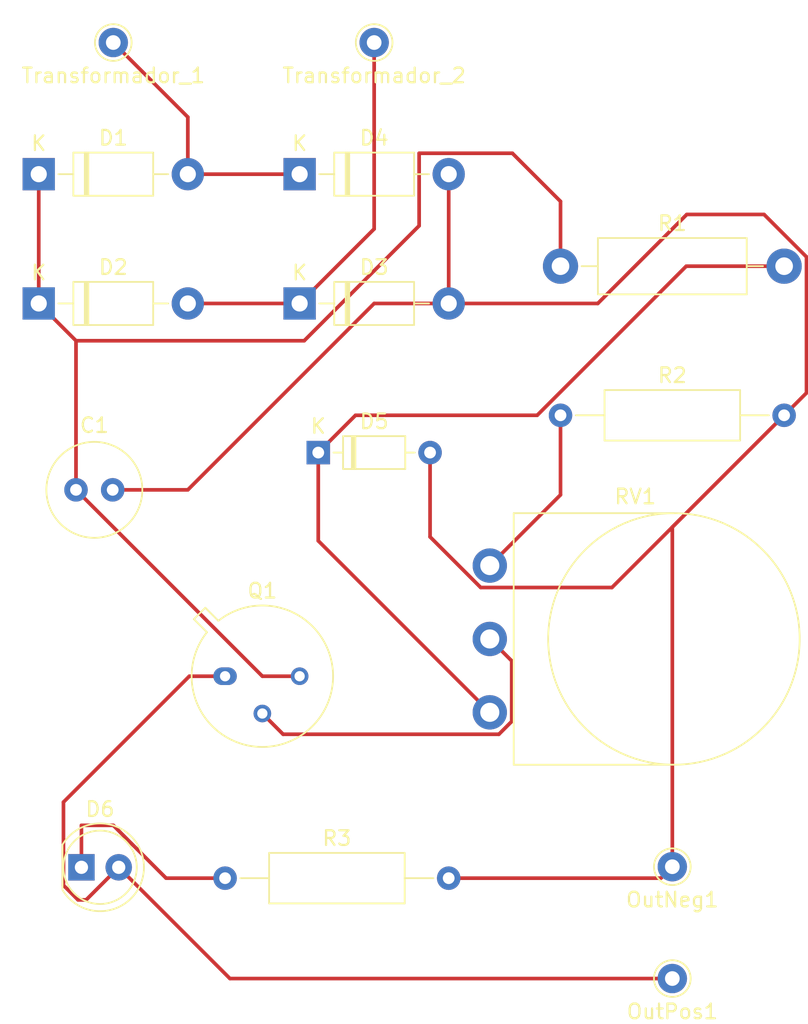
<source format=kicad_pcb>
(kicad_pcb (version 20211014) (generator pcbnew)
  (layers (0 "F.Cu" signal) (31 "B.Cu" signal) (34 "B.Paste" user) (35 "F.Paste" user) (36 "B.SilkS" user "B.Silkscreen") (37 "F.SilkS" user "F.Silkscreen") (38 "B.Mask" user) (39 "F.Mask" user) (44 "Edge.Cuts" user))
  (net 0 "")
  (net 1 "Net-(C1-Pad1)")
  (net 2 "Net-(D1-Pad2)")
  (net 3 "Net-(C1-Pad2)")
  (net 4 "Net-(D2-Pad2)")
  (net 5 "Net-(D5-Pad1)")
  (net 6 "Net-(D6-Pad1)")
  (net 7 "Net-(Q1-Pad2)")
  (net 8 "Net-(R2-Pad1)")
  (net 9 "Net-(OutPos1-Pad1)")
  (footprint "Diode_THT:D_DO-41_SOD81_P10.16mm_Horizontal" (layer "F.Cu") (at 134.62 64.85)
    (fp_text reference "D1" (at 5.08 -2.47) (layer "F.SilkS"))
    (fp_text value "1N4004")
    (fp_text user "K" (at 0 -2.1) (layer "F.SilkS"))
    (fp_line (start 3.38 -1.47) (end 3.38 1.47) (layer "F.SilkS") (width 0.12))
    (fp_line (start 3.14 -1.47) (end 3.14 1.47) (layer "F.SilkS") (width 0.12))
    (fp_line (start 7.8 1.47) (end 7.8 -1.47) (layer "F.SilkS") (width 0.12))
    (fp_line (start 2.36 -1.47) (end 2.36 1.47) (layer "F.SilkS") (width 0.12))
    (fp_line (start 3.26 -1.47) (end 3.26 1.47) (layer "F.SilkS") (width 0.12))
    (fp_line (start 2.36 1.47) (end 7.8 1.47) (layer "F.SilkS") (width 0.12))
    (fp_line (start 7.8 -1.47) (end 2.36 -1.47) (layer "F.SilkS") (width 0.12))
    (fp_line (start 8.82 0) (end 7.8 0) (layer "F.SilkS") (width 0.12))
    (fp_line (start 1.34 0) (end 2.36 0) (layer "F.SilkS") (width 0.12))
    (pad "1" thru_hole rect (at 0 0) (size 2.2 2.2) (drill 1.1) (layers *.Cu *.Mask) (net 1 "Net-(C1-Pad1)"))
    (pad "2" thru_hole oval (at 10.16 0) (size 2.2 2.2) (drill 1.1) (layers *.Cu *.Mask) (net 2 "Net-(D1-Pad2)"))
  )
  (footprint "Connector_Pin:Pin_D1.0mm_L10.0mm" (layer "F.Cu") (at 177.8 119.66)
    (fp_text reference "OutPos1" (at 0 2.25) (layer "F.SilkS"))
    (fp_text value "Conn_01x01_Female")
    (fp_circle (center 0 0) (end 1.25 0.05) (layer "F.SilkS") (width 0.12) (fill none))
    (pad "1" thru_hole circle (at 0 0) (size 2 2) (drill 1) (layers *.Cu *.Mask) (net 9 "Net-(OutPos1-Pad1)"))
  )
  (footprint "Potentiometer_THT:Potentiometer_Omeg_PC16BU_Vertical" (layer "F.Cu") (at 165.36 101.52)
    (fp_text reference "RV1" (at 9.915 -14.7) (layer "F.SilkS"))
    (fp_text value "5k")
    (fp_line (start 1.63 -13.57) (end 1.63 3.57) (layer "F.SilkS") (width 0.12))
    (fp_line (start 1.63 -13.57) (end 12.55 -13.57) (layer "F.SilkS") (width 0.12))
    (fp_line (start 1.63 3.57) (end 12.55 3.57) (layer "F.SilkS") (width 0.12))
    (fp_circle (center 12.55 -5) (end 21.12 -5) (layer "F.SilkS") (width 0.12) (fill none))
    (pad "1" thru_hole circle (at 0 0) (size 2.34 2.34) (drill 1.3) (layers *.Cu *.Mask) (net 5 "Net-(D5-Pad1)"))
    (pad "2" thru_hole circle (at 0 -5) (size 2.34 2.34) (drill 1.3) (layers *.Cu *.Mask) (net 7 "Net-(Q1-Pad2)"))
    (pad "3" thru_hole circle (at 0 -10) (size 2.34 2.34) (drill 1.3) (layers *.Cu *.Mask) (net 8 "Net-(R2-Pad1)"))
  )
  (footprint "Diode_THT:D_DO-41_SOD81_P10.16mm_Horizontal" (layer "F.Cu") (at 152.4 73.66)
    (fp_text reference "D3" (at 5.08 -2.47) (layer "F.SilkS"))
    (fp_text value "1N4004")
    (fp_text user "K" (at 0 -2.1) (layer "F.SilkS"))
    (fp_line (start 3.26 -1.47) (end 3.26 1.47) (layer "F.SilkS") (width 0.12))
    (fp_line (start 3.38 -1.47) (end 3.38 1.47) (layer "F.SilkS") (width 0.12))
    (fp_line (start 7.8 -1.47) (end 2.36 -1.47) (layer "F.SilkS") (width 0.12))
    (fp_line (start 1.34 0) (end 2.36 0) (layer "F.SilkS") (width 0.12))
    (fp_line (start 8.82 0) (end 7.8 0) (layer "F.SilkS") (width 0.12))
    (fp_line (start 2.36 -1.47) (end 2.36 1.47) (layer "F.SilkS") (width 0.12))
    (fp_line (start 7.8 1.47) (end 7.8 -1.47) (layer "F.SilkS") (width 0.12))
    (fp_line (start 2.36 1.47) (end 7.8 1.47) (layer "F.SilkS") (width 0.12))
    (fp_line (start 3.14 -1.47) (end 3.14 1.47) (layer "F.SilkS") (width 0.12))
    (pad "1" thru_hole rect (at 0 0) (size 2.2 2.2) (drill 1.1) (layers *.Cu *.Mask) (net 4 "Net-(D2-Pad2)"))
    (pad "2" thru_hole oval (at 10.16 0) (size 2.2 2.2) (drill 1.1) (layers *.Cu *.Mask) (net 3 "Net-(C1-Pad2)"))
  )
  (footprint "Diode_THT:D_DO-35_SOD27_P7.62mm_Horizontal" (layer "F.Cu") (at 153.67 83.82)
    (fp_text reference "D5" (at 3.81 -2.12) (layer "F.SilkS"))
    (fp_text value "D_Zener")
    (fp_text user "K" (at 0 -1.8) (layer "F.SilkS"))
    (fp_line (start 2.41 -1.12) (end 2.41 1.12) (layer "F.SilkS") (width 0.12))
    (fp_line (start 6.58 0) (end 5.93 0) (layer "F.SilkS") (width 0.12))
    (fp_line (start 1.69 1.12) (end 5.93 1.12) (layer "F.SilkS") (width 0.12))
    (fp_line (start 2.29 -1.12) (end 2.29 1.12) (layer "F.SilkS") (width 0.12))
    (fp_line (start 1.69 -1.12) (end 1.69 1.12) (layer "F.SilkS") (width 0.12))
    (fp_line (start 5.93 -1.12) (end 1.69 -1.12) (layer "F.SilkS") (width 0.12))
    (fp_line (start 2.53 -1.12) (end 2.53 1.12) (layer "F.SilkS") (width 0.12))
    (fp_line (start 5.93 1.12) (end 5.93 -1.12) (layer "F.SilkS") (width 0.12))
    (fp_line (start 1.04 0) (end 1.69 0) (layer "F.SilkS") (width 0.12))
    (pad "1" thru_hole rect (at 0 0) (size 1.6 1.6) (drill 0.8) (layers *.Cu *.Mask) (net 5 "Net-(D5-Pad1)"))
    (pad "2" thru_hole oval (at 7.62 0) (size 1.6 1.6) (drill 0.8) (layers *.Cu *.Mask) (net 3 "Net-(C1-Pad2)"))
  )
  (footprint "LED_THT:LED_D5.0mm_Clear" (layer "F.Cu") (at 137.53 112.080494)
    (fp_text reference "D6" (at 1.27 -3.96) (layer "F.SilkS"))
    (fp_text value "LED")
    (fp_line (start -1.29 -1.545) (end -1.29 1.545) (layer "F.SilkS") (width 0.12))
    (fp_arc (start 4.26 -0.000462) (mid 2.072002 2.880433) (end -1.29 1.54483) (layer "F.SilkS") (width 0.12))
    (fp_arc (start -1.29 -1.54483) (mid 2.072002 -2.880433) (end 4.26 0.000462) (layer "F.SilkS") (width 0.12))
    (fp_circle (center 1.27 0) (end 3.77 0) (layer "F.SilkS") (width 0.12) (fill none))
    (pad "1" thru_hole rect (at 0 0) (size 1.8 1.8) (drill 0.9) (layers *.Cu *.Mask) (net 6 "Net-(D6-Pad1)"))
    (pad "2" thru_hole circle (at 2.54 0) (size 1.8 1.8) (drill 0.9) (layers *.Cu *.Mask) (net 9 "Net-(OutPos1-Pad1)"))
  )
  (footprint "Resistor_THT:R_Axial_DIN0309_L9.0mm_D3.2mm_P15.24mm_Horizontal" (layer "F.Cu") (at 170.18 81.28)
    (fp_text reference "R2" (at 7.62 -2.72) (layer "F.SilkS"))
    (fp_text value "2.2k")
    (fp_line (start 3 1.72) (end 12.24 1.72) (layer "F.SilkS") (width 0.12))
    (fp_line (start 12.24 1.72) (end 12.24 -1.72) (layer "F.SilkS") (width 0.12))
    (fp_line (start 12.24 -1.72) (end 3 -1.72) (layer "F.SilkS") (width 0.12))
    (fp_line (start 3 -1.72) (end 3 1.72) (layer "F.SilkS") (width 0.12))
    (fp_line (start 1.04 0) (end 3 0) (layer "F.SilkS") (width 0.12))
    (fp_line (start 14.2 0) (end 12.24 0) (layer "F.SilkS") (width 0.12))
    (pad "1" thru_hole circle (at 0 0) (size 1.6 1.6) (drill 0.8) (layers *.Cu *.Mask) (net 8 "Net-(R2-Pad1)"))
    (pad "2" thru_hole oval (at 15.24 0) (size 1.6 1.6) (drill 0.8) (layers *.Cu *.Mask) (net 3 "Net-(C1-Pad2)"))
  )
  (footprint "Connector_Pin:Pin_D1.0mm_L10.0mm" (layer "F.Cu") (at 157.48 55.88)
    (fp_text reference "Transformador_2" (at 0 2.25) (layer "F.SilkS"))
    (fp_text value "Conn_01x01_Female")
    (fp_circle (center 0 0) (end 1.25 0.05) (layer "F.SilkS") (width 0.12) (fill none))
    (pad "1" thru_hole circle (at 0 0) (size 2 2) (drill 1) (layers *.Cu *.Mask) (net 4 "Net-(D2-Pad2)"))
  )
  (footprint "Connector_Pin:Pin_D1.0mm_L10.0mm" (layer "F.Cu") (at 139.7 55.88)
    (fp_text reference "Transformador_1" (at 0 2.25) (layer "F.SilkS"))
    (fp_text value "Conn_01x01_Female")
    (fp_circle (center 0 0) (end 1.25 0.05) (layer "F.SilkS") (width 0.12) (fill none))
    (pad "1" thru_hole circle (at 0 0) (size 2 2) (drill 1) (layers *.Cu *.Mask) (net 2 "Net-(D1-Pad2)"))
  )
  (footprint "Connector_Pin:Pin_D1.0mm_L10.0mm" (layer "F.Cu") (at 177.8 112.04)
    (fp_text reference "OutNeg1" (at 0 2.25) (layer "F.SilkS"))
    (fp_text value "Conn_01x01_Female")
    (fp_circle (center 0 0) (end 1.25 0.05) (layer "F.SilkS") (width 0.12) (fill none))
    (pad "1" thru_hole circle (at 0 0) (size 2 2) (drill 1) (layers *.Cu *.Mask) (net 3 "Net-(C1-Pad2)"))
  )
  (footprint "Diode_THT:D_DO-41_SOD81_P10.16mm_Horizontal" (layer "F.Cu") (at 134.62 73.66)
    (fp_text reference "D2" (at 5.08 -2.47) (layer "F.SilkS"))
    (fp_text value "1N4004")
    (fp_text user "K" (at 0 -2.1) (layer "F.SilkS"))
    (fp_line (start 8.82 0) (end 7.8 0) (layer "F.SilkS") (width 0.12))
    (fp_line (start 1.34 0) (end 2.36 0) (layer "F.SilkS") (width 0.12))
    (fp_line (start 3.14 -1.47) (end 3.14 1.47) (layer "F.SilkS") (width 0.12))
    (fp_line (start 3.38 -1.47) (end 3.38 1.47) (layer "F.SilkS") (width 0.12))
    (fp_line (start 3.26 -1.47) (end 3.26 1.47) (layer "F.SilkS") (width 0.12))
    (fp_line (start 2.36 -1.47) (end 2.36 1.47) (layer "F.SilkS") (width 0.12))
    (fp_line (start 7.8 1.47) (end 7.8 -1.47) (layer "F.SilkS") (width 0.12))
    (fp_line (start 2.36 1.47) (end 7.8 1.47) (layer "F.SilkS") (width 0.12))
    (fp_line (start 7.8 -1.47) (end 2.36 -1.47) (layer "F.SilkS") (width 0.12))
    (pad "1" thru_hole rect (at 0 0) (size 2.2 2.2) (drill 1.1) (layers *.Cu *.Mask) (net 1 "Net-(C1-Pad1)"))
    (pad "2" thru_hole oval (at 10.16 0) (size 2.2 2.2) (drill 1.1) (layers *.Cu *.Mask) (net 4 "Net-(D2-Pad2)"))
  )
  (footprint "Capacitor_THT:C_Radial_D6.3mm_H11.0mm_P2.50mm" (layer "F.Cu") (at 137.16 86.36)
    (fp_text reference "C1" (at 1.25 -4.4) (layer "F.SilkS"))
    (fp_text value "820uF")
    (fp_circle (center 1.25 0) (end 4.52 0) (layer "F.SilkS") (width 0.12) (fill none))
    (pad "1" thru_hole circle (at 0 0) (size 1.6 1.6) (drill 0.8) (layers *.Cu *.Mask) (net 1 "Net-(C1-Pad1)"))
    (pad "2" thru_hole circle (at 2.5 0) (size 1.6 1.6) (drill 0.8) (layers *.Cu *.Mask) (net 3 "Net-(C1-Pad2)"))
  )
  (footprint "Resistor_THT:R_Axial_DIN0309_L9.0mm_D3.2mm_P15.24mm_Horizontal" (layer "F.Cu") (at 147.32 112.82)
    (fp_text reference "R3" (at 7.62 -2.72) (layer "F.SilkS"))
    (fp_text value "2.2k")
    (fp_line (start 3 -1.72) (end 3 1.72) (layer "F.SilkS") (width 0.12))
    (fp_line (start 1.04 0) (end 3 0) (layer "F.SilkS") (width 0.12))
    (fp_line (start 12.24 1.72) (end 12.24 -1.72) (layer "F.SilkS") (width 0.12))
    (fp_line (start 3 1.72) (end 12.24 1.72) (layer "F.SilkS") (width 0.12))
    (fp_line (start 14.2 0) (end 12.24 0) (layer "F.SilkS") (width 0.12))
    (fp_line (start 12.24 -1.72) (end 3 -1.72) (layer "F.SilkS") (width 0.12))
    (pad "1" thru_hole circle (at 0 0) (size 1.6 1.6) (drill 0.8) (layers *.Cu *.Mask) (net 6 "Net-(D6-Pad1)"))
    (pad "2" thru_hole oval (at 15.24 0) (size 1.6 1.6) (drill 0.8) (layers *.Cu *.Mask) (net 3 "Net-(C1-Pad2)"))
  )
  (footprint "Resistor_THT:R_Axial_DIN0411_L9.9mm_D3.6mm_P15.24mm_Horizontal" (layer "F.Cu") (at 170.18 71.12)
    (fp_text reference "R1" (at 7.62 -2.92) (layer "F.SilkS"))
    (fp_text value "2.7k")
    (fp_line (start 12.69 1.92) (end 12.69 -1.92) (layer "F.SilkS") (width 0.12))
    (fp_line (start 1.44 0) (end 2.55 0) (layer "F.SilkS") (width 0.12))
    (fp_line (start 13.8 0) (end 12.69 0) (layer "F.SilkS") (width 0.12))
    (fp_line (start 2.55 -1.92) (end 2.55 1.92) (layer "F.SilkS") (width 0.12))
    (fp_line (start 2.55 1.92) (end 12.69 1.92) (layer "F.SilkS") (width 0.12))
    (fp_line (start 12.69 -1.92) (end 2.55 -1.92) (layer "F.SilkS") (width 0.12))
    (pad "1" thru_hole circle (at 0 0) (size 2.4 2.4) (drill 1.2) (layers *.Cu *.Mask) (net 1 "Net-(C1-Pad1)"))
    (pad "2" thru_hole oval (at 15.24 0) (size 2.4 2.4) (drill 1.2) (layers *.Cu *.Mask) (net 5 "Net-(D5-Pad1)"))
  )
  (footprint "Package_TO_SOT_THT:TO-39-3" (layer "F.Cu") (at 147.32 99.06)
    (fp_text reference "Q1" (at 2.54 -5.82) (layer "F.SilkS"))
    (fp_text value "2N2222")
    (fp_line (start -1.348039 -4.665856) (end -2.125856 -3.888039) (layer "F.SilkS") (width 0.12))
    (fp_line (start -0.457084 -3.774902) (end -1.348039 -4.665856) (layer "F.SilkS") (width 0.12))
    (fp_line (start -2.125856 -3.888039) (end -1.234902 -2.997084) (layer "F.SilkS") (width 0.12))
    (fp_arc (start -0.457084 -3.774902) (mid 5.948125 3.408384) (end -1.234674 -2.997371) (layer "F.SilkS") (width 0.12))
    (pad "1" thru_hole oval (at 0 0) (size 1.6 1.2) (drill 0.7) (layers *.Cu *.Mask) (net 9 "Net-(OutPos1-Pad1)"))
    (pad "2" thru_hole oval (at 2.54 2.54) (size 1.2 1.2) (drill 0.7) (layers *.Cu *.Mask) (net 7 "Net-(Q1-Pad2)"))
    (pad "3" thru_hole oval (at 5.08 0) (size 1.2 1.2) (drill 0.7) (layers *.Cu *.Mask) (net 1 "Net-(C1-Pad1)"))
  )
  (footprint "Diode_THT:D_DO-41_SOD81_P10.16mm_Horizontal" (layer "F.Cu") (at 152.4 64.85)
    (fp_text reference "D4" (at 5.08 -2.47) (layer "F.SilkS"))
    (fp_text value "1N4004")
    (fp_text user "K" (at 0 -2.1) (layer "F.SilkS"))
    (fp_line (start 3.38 -1.47) (end 3.38 1.47) (layer "F.SilkS") (width 0.12))
    (fp_line (start 7.8 -1.47) (end 2.36 -1.47) (layer "F.SilkS") (width 0.12))
    (fp_line (start 3.26 -1.47) (end 3.26 1.47) (layer "F.SilkS") (width 0.12))
    (fp_line (start 2.36 1.47) (end 7.8 1.47) (layer "F.SilkS") (width 0.12))
    (fp_line (start 1.34 0) (end 2.36 0) (layer "F.SilkS") (width 0.12))
    (fp_line (start 2.36 -1.47) (end 2.36 1.47) (layer "F.SilkS") (width 0.12))
    (fp_line (start 7.8 1.47) (end 7.8 -1.47) (layer "F.SilkS") (width 0.12))
    (fp_line (start 3.14 -1.47) (end 3.14 1.47) (layer "F.SilkS") (width 0.12))
    (fp_line (start 8.82 0) (end 7.8 0) (layer "F.SilkS") (width 0.12))
    (pad "1" thru_hole rect (at 0 0) (size 2.2 2.2) (drill 1.1) (layers *.Cu *.Mask) (net 2 "Net-(D1-Pad2)"))
    (pad "2" thru_hole oval (at 10.16 0) (size 2.2 2.2) (drill 1.1) (layers *.Cu *.Mask) (net 3 "Net-(C1-Pad2)"))
  )
  (segment (start 152.71 76.2) (end 137.16 76.2) (width 0.25) (layer "F.Cu") (net 1))
  (segment (start 137.16 86.36) (end 137.16 76.2) (width 0.25) (layer "F.Cu") (net 1))
  (segment (start 137.16 76.2) (end 134.62 73.66) (width 0.25) (layer "F.Cu") (net 1))
  (segment (start 137.16 86.36) (end 149.86 99.06) (width 0.25) (layer "F.Cu") (net 1))
  (segment (start 166.898833 63.425) (end 160.545 63.425) (width 0.25) (layer "F.Cu") (net 1))
  (segment (start 160.545 68.365) (end 152.71 76.2) (width 0.25) (layer "F.Cu") (net 1))
  (segment (start 160.545 63.425) (end 160.545 68.365) (width 0.25) (layer "F.Cu") (net 1))
  (segment (start 149.86 99.06) (end 152.4 99.06) (width 0.25) (layer "F.Cu") (net 1))
  (segment (start 170.18 66.706167) (end 166.898833 63.425) (width 0.25) (layer "F.Cu") (net 1))
  (segment (start 134.62 73.66) (end 134.62 64.85) (width 0.25) (layer "F.Cu") (net 1))
  (segment (start 170.18 71.12) (end 170.18 66.706167) (width 0.25) (layer "F.Cu") (net 1))
  (segment (start 139.7 55.88) (end 144.78 60.96) (width 0.25) (layer "F.Cu") (net 2))
  (segment (start 144.78 60.96) (end 144.78 64.85) (width 0.25) (layer "F.Cu") (net 2))
  (segment (start 144.78 64.85) (end 152.4 64.85) (width 0.25) (layer "F.Cu") (net 2))
  (segment (start 144.78 86.36) (end 157.48 73.66) (width 0.25) (layer "F.Cu") (net 3))
  (segment (start 184.051447 67.594771) (end 178.785229 67.594771) (width 0.25) (layer "F.Cu") (net 3))
  (segment (start 161.29 89.56425) (end 164.74075 93.015) (width 0.25) (layer "F.Cu") (net 3))
  (segment (start 178.785229 67.594771) (end 172.72 73.66) (width 0.25) (layer "F.Cu") (net 3))
  (segment (start 164.74075 93.015) (end 173.685 93.015) (width 0.25) (layer "F.Cu") (net 3))
  (segment (start 172.72 73.66) (end 162.56 73.66) (width 0.25) (layer "F.Cu") (net 3))
  (segment (start 161.29 83.82) (end 161.29 89.56425) (width 0.25) (layer "F.Cu") (net 3))
  (segment (start 186.945 70.488324) (end 184.051447 67.594771) (width 0.25) (layer "F.Cu") (net 3))
  (segment (start 173.685 93.015) (end 185.42 81.28) (width 0.25) (layer "F.Cu") (net 3))
  (segment (start 139.66 86.36) (end 144.78 86.36) (width 0.25) (layer "F.Cu") (net 3))
  (segment (start 186.945 79.755) (end 186.945 70.488324) (width 0.25) (layer "F.Cu") (net 3))
  (segment (start 177.02 112.82) (end 177.8 112.04) (width 0.25) (layer "F.Cu") (net 3))
  (segment (start 162.56 64.85) (end 162.56 73.66) (width 0.25) (layer "F.Cu") (net 3))
  (segment (start 185.42 81.28) (end 186.945 79.755) (width 0.25) (layer "F.Cu") (net 3))
  (segment (start 162.56 112.82) (end 177.02 112.82) (width 0.25) (layer "F.Cu") (net 3))
  (segment (start 177.8 112.04) (end 177.8 88.9) (width 0.25) (layer "F.Cu") (net 3))
  (segment (start 157.48 73.66) (end 162.56 73.66) (width 0.25) (layer "F.Cu") (net 3))
  (segment (start 177.8 88.9) (end 185.42 81.28) (width 0.25) (layer "F.Cu") (net 3))
  (segment (start 157.48 55.88) (end 157.48 68.58) (width 0.25) (layer "F.Cu") (net 4))
  (segment (start 144.78 73.66) (end 152.4 73.66) (width 0.25) (layer "F.Cu") (net 4))
  (segment (start 157.48 68.58) (end 152.4 73.66) (width 0.25) (layer "F.Cu") (net 4))
  (segment (start 168.589009 81.28) (end 156.21 81.28) (width 0.25) (layer "F.Cu") (net 5))
  (segment (start 178.749009 71.12) (end 168.589009 81.28) (width 0.25) (layer "F.Cu") (net 5))
  (segment (start 185.42 71.12) (end 178.749009 71.12) (width 0.25) (layer "F.Cu") (net 5))
  (segment (start 153.67 89.83) (end 153.67 83.82) (width 0.25) (layer "F.Cu") (net 5))
  (segment (start 156.21 81.28) (end 153.67 83.82) (width 0.25) (layer "F.Cu") (net 5))
  (segment (start 165.36 101.52) (end 153.67 89.83) (width 0.25) (layer "F.Cu") (net 5))
  (segment (start 137.53 112.080494) (end 137.53 109.22) (width 0.25) (layer "F.Cu") (net 6))
  (segment (start 143.3 112.82) (end 147.32 112.82) (width 0.25) (layer "F.Cu") (net 6))
  (segment (start 139.7 109.22) (end 143.3 112.82) (width 0.25) (layer "F.Cu") (net 6))
  (segment (start 137.53 109.22) (end 139.7 109.22) (width 0.25) (layer "F.Cu") (net 6))
  (segment (start 166.855 98.015) (end 165.36 96.52) (width 0.25) (layer "F.Cu") (net 7))
  (segment (start 151.275 103.015) (end 165.97925 103.015) (width 0.25) (layer "F.Cu") (net 7))
  (segment (start 166.855 102.13925) (end 166.855 98.015) (width 0.25) (layer "F.Cu") (net 7))
  (segment (start 149.86 101.6) (end 151.275 103.015) (width 0.25) (layer "F.Cu") (net 7))
  (segment (start 165.97925 103.015) (end 166.855 102.13925) (width 0.25) (layer "F.Cu") (net 7))
  (segment (start 170.18 81.28) (end 170.18 86.7) (width 0.25) (layer "F.Cu") (net 8))
  (segment (start 170.18 86.7) (end 165.36 91.52) (width 0.25) (layer "F.Cu") (net 8))
  (segment (start 137.299506 114.3) (end 137.850494 114.3) (width 0.25) (layer "F.Cu") (net 9))
  (segment (start 137.850494 114.3) (end 140.07 112.080494) (width 0.25) (layer "F.Cu") (net 9))
  (segment (start 177.8 119.66) (end 147.649506 119.66) (width 0.25) (layer "F.Cu") (net 9))
  (segment (start 144.883604 99.06) (end 136.305 107.638604) (width 0.25) (layer "F.Cu") (net 9))
  (segment (start 147.649506 119.66) (end 140.07 112.080494) (width 0.25) (layer "F.Cu") (net 9))
  (segment (start 147.32 99.06) (end 144.883604 99.06) (width 0.25) (layer "F.Cu") (net 9))
  (segment (start 136.305 107.638604) (end 136.305 113.305494) (width 0.25) (layer "F.Cu") (net 9))
  (segment (start 136.305 113.305494) (end 137.299506 114.3) (width 0.25) (layer "F.Cu") (net 9))
)
</source>
